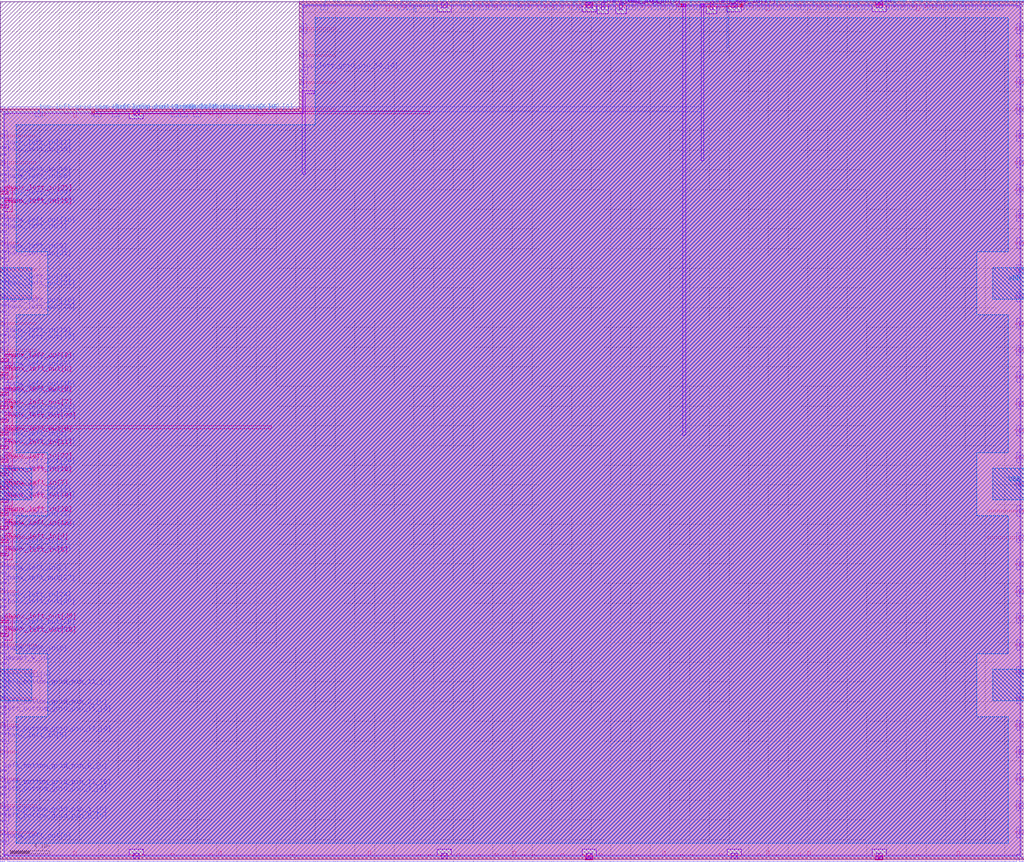
<source format=lef>
VERSION 5.7 ;
BUSBITCHARS "[]" ;

UNITS
  DATABASE MICRONS 1000 ;
END UNITS

MANUFACTURINGGRID 0.005 ;

LAYER li1
  TYPE ROUTING ;
  DIRECTION VERTICAL ;
  PITCH 0.46 ;
  WIDTH 0.17 ;
END li1

LAYER mcon
  TYPE CUT ;
END mcon

LAYER met1
  TYPE ROUTING ;
  DIRECTION HORIZONTAL ;
  PITCH 0.34 ;
  WIDTH 0.14 ;
END met1

LAYER via
  TYPE CUT ;
END via

LAYER met2
  TYPE ROUTING ;
  DIRECTION VERTICAL ;
  PITCH 0.46 ;
  WIDTH 0.14 ;
END met2

LAYER via2
  TYPE CUT ;
END via2

LAYER met3
  TYPE ROUTING ;
  DIRECTION HORIZONTAL ;
  PITCH 0.68 ;
  WIDTH 0.3 ;
END met3

LAYER via3
  TYPE CUT ;
END via3

LAYER met4
  TYPE ROUTING ;
  DIRECTION VERTICAL ;
  PITCH 0.92 ;
  WIDTH 0.3 ;
END met4

LAYER via4
  TYPE CUT ;
END via4

LAYER met5
  TYPE ROUTING ;
  DIRECTION HORIZONTAL ;
  PITCH 3.4 ;
  WIDTH 1.6 ;
END met5

LAYER nwell
  TYPE MASTERSLICE ;
END nwell

LAYER pwell
  TYPE MASTERSLICE ;
END pwell

LAYER OVERLAP
  TYPE OVERLAP ;
END OVERLAP

VIA L1M1_PR
  LAYER li1 ;
    RECT -0.085 -0.085 0.085 0.085 ;
  LAYER mcon ;
    RECT -0.085 -0.085 0.085 0.085 ;
  LAYER met1 ;
    RECT -0.145 -0.115 0.145 0.115 ;
END L1M1_PR

VIA L1M1_PR_R
  LAYER li1 ;
    RECT -0.085 -0.085 0.085 0.085 ;
  LAYER mcon ;
    RECT -0.085 -0.085 0.085 0.085 ;
  LAYER met1 ;
    RECT -0.115 -0.145 0.115 0.145 ;
END L1M1_PR_R

VIA L1M1_PR_M
  LAYER li1 ;
    RECT -0.085 -0.085 0.085 0.085 ;
  LAYER mcon ;
    RECT -0.085 -0.085 0.085 0.085 ;
  LAYER met1 ;
    RECT -0.115 -0.145 0.115 0.145 ;
END L1M1_PR_M

VIA L1M1_PR_MR
  LAYER li1 ;
    RECT -0.085 -0.085 0.085 0.085 ;
  LAYER mcon ;
    RECT -0.085 -0.085 0.085 0.085 ;
  LAYER met1 ;
    RECT -0.145 -0.115 0.145 0.115 ;
END L1M1_PR_MR

VIA L1M1_PR_C
  LAYER li1 ;
    RECT -0.085 -0.085 0.085 0.085 ;
  LAYER mcon ;
    RECT -0.085 -0.085 0.085 0.085 ;
  LAYER met1 ;
    RECT -0.145 -0.145 0.145 0.145 ;
END L1M1_PR_C

VIA M1M2_PR
  LAYER met1 ;
    RECT -0.16 -0.13 0.16 0.13 ;
  LAYER via ;
    RECT -0.075 -0.075 0.075 0.075 ;
  LAYER met2 ;
    RECT -0.13 -0.16 0.13 0.16 ;
END M1M2_PR

VIA M1M2_PR_Enc
  LAYER met1 ;
    RECT -0.16 -0.13 0.16 0.13 ;
  LAYER via ;
    RECT -0.075 -0.075 0.075 0.075 ;
  LAYER met2 ;
    RECT -0.16 -0.13 0.16 0.13 ;
END M1M2_PR_Enc

VIA M1M2_PR_R
  LAYER met1 ;
    RECT -0.13 -0.16 0.13 0.16 ;
  LAYER via ;
    RECT -0.075 -0.075 0.075 0.075 ;
  LAYER met2 ;
    RECT -0.16 -0.13 0.16 0.13 ;
END M1M2_PR_R

VIA M1M2_PR_R_Enc
  LAYER met1 ;
    RECT -0.13 -0.16 0.13 0.16 ;
  LAYER via ;
    RECT -0.075 -0.075 0.075 0.075 ;
  LAYER met2 ;
    RECT -0.13 -0.16 0.13 0.16 ;
END M1M2_PR_R_Enc

VIA M1M2_PR_M
  LAYER met1 ;
    RECT -0.16 -0.13 0.16 0.13 ;
  LAYER via ;
    RECT -0.075 -0.075 0.075 0.075 ;
  LAYER met2 ;
    RECT -0.16 -0.13 0.16 0.13 ;
END M1M2_PR_M

VIA M1M2_PR_M_Enc
  LAYER met1 ;
    RECT -0.16 -0.13 0.16 0.13 ;
  LAYER via ;
    RECT -0.075 -0.075 0.075 0.075 ;
  LAYER met2 ;
    RECT -0.13 -0.16 0.13 0.16 ;
END M1M2_PR_M_Enc

VIA M1M2_PR_MR
  LAYER met1 ;
    RECT -0.13 -0.16 0.13 0.16 ;
  LAYER via ;
    RECT -0.075 -0.075 0.075 0.075 ;
  LAYER met2 ;
    RECT -0.13 -0.16 0.13 0.16 ;
END M1M2_PR_MR

VIA M1M2_PR_MR_Enc
  LAYER met1 ;
    RECT -0.13 -0.16 0.13 0.16 ;
  LAYER via ;
    RECT -0.075 -0.075 0.075 0.075 ;
  LAYER met2 ;
    RECT -0.16 -0.13 0.16 0.13 ;
END M1M2_PR_MR_Enc

VIA M1M2_PR_C
  LAYER met1 ;
    RECT -0.16 -0.16 0.16 0.16 ;
  LAYER via ;
    RECT -0.075 -0.075 0.075 0.075 ;
  LAYER met2 ;
    RECT -0.16 -0.16 0.16 0.16 ;
END M1M2_PR_C

VIA M2M3_PR
  LAYER met2 ;
    RECT -0.14 -0.185 0.14 0.185 ;
  LAYER via2 ;
    RECT -0.1 -0.1 0.1 0.1 ;
  LAYER met3 ;
    RECT -0.165 -0.165 0.165 0.165 ;
END M2M3_PR

VIA M2M3_PR_R
  LAYER met2 ;
    RECT -0.185 -0.14 0.185 0.14 ;
  LAYER via2 ;
    RECT -0.1 -0.1 0.1 0.1 ;
  LAYER met3 ;
    RECT -0.165 -0.165 0.165 0.165 ;
END M2M3_PR_R

VIA M2M3_PR_M
  LAYER met2 ;
    RECT -0.14 -0.185 0.14 0.185 ;
  LAYER via2 ;
    RECT -0.1 -0.1 0.1 0.1 ;
  LAYER met3 ;
    RECT -0.165 -0.165 0.165 0.165 ;
END M2M3_PR_M

VIA M2M3_PR_MR
  LAYER met2 ;
    RECT -0.185 -0.14 0.185 0.14 ;
  LAYER via2 ;
    RECT -0.1 -0.1 0.1 0.1 ;
  LAYER met3 ;
    RECT -0.165 -0.165 0.165 0.165 ;
END M2M3_PR_MR

VIA M2M3_PR_C
  LAYER met2 ;
    RECT -0.185 -0.185 0.185 0.185 ;
  LAYER via2 ;
    RECT -0.1 -0.1 0.1 0.1 ;
  LAYER met3 ;
    RECT -0.165 -0.165 0.165 0.165 ;
END M2M3_PR_C

VIA M3M4_PR
  LAYER met3 ;
    RECT -0.19 -0.16 0.19 0.16 ;
  LAYER via3 ;
    RECT -0.1 -0.1 0.1 0.1 ;
  LAYER met4 ;
    RECT -0.165 -0.165 0.165 0.165 ;
END M3M4_PR

VIA M3M4_PR_R
  LAYER met3 ;
    RECT -0.16 -0.19 0.16 0.19 ;
  LAYER via3 ;
    RECT -0.1 -0.1 0.1 0.1 ;
  LAYER met4 ;
    RECT -0.165 -0.165 0.165 0.165 ;
END M3M4_PR_R

VIA M3M4_PR_M
  LAYER met3 ;
    RECT -0.19 -0.16 0.19 0.16 ;
  LAYER via3 ;
    RECT -0.1 -0.1 0.1 0.1 ;
  LAYER met4 ;
    RECT -0.165 -0.165 0.165 0.165 ;
END M3M4_PR_M

VIA M3M4_PR_MR
  LAYER met3 ;
    RECT -0.16 -0.19 0.16 0.19 ;
  LAYER via3 ;
    RECT -0.1 -0.1 0.1 0.1 ;
  LAYER met4 ;
    RECT -0.165 -0.165 0.165 0.165 ;
END M3M4_PR_MR

VIA M3M4_PR_C
  LAYER met3 ;
    RECT -0.19 -0.19 0.19 0.19 ;
  LAYER via3 ;
    RECT -0.1 -0.1 0.1 0.1 ;
  LAYER met4 ;
    RECT -0.165 -0.165 0.165 0.165 ;
END M3M4_PR_C

VIA M4M5_PR
  LAYER met4 ;
    RECT -0.59 -0.59 0.59 0.59 ;
  LAYER via4 ;
    RECT -0.4 -0.4 0.4 0.4 ;
  LAYER met5 ;
    RECT -0.71 -0.71 0.71 0.71 ;
END M4M5_PR

VIA M4M5_PR_R
  LAYER met4 ;
    RECT -0.59 -0.59 0.59 0.59 ;
  LAYER via4 ;
    RECT -0.4 -0.4 0.4 0.4 ;
  LAYER met5 ;
    RECT -0.71 -0.71 0.71 0.71 ;
END M4M5_PR_R

VIA M4M5_PR_M
  LAYER met4 ;
    RECT -0.59 -0.59 0.59 0.59 ;
  LAYER via4 ;
    RECT -0.4 -0.4 0.4 0.4 ;
  LAYER met5 ;
    RECT -0.71 -0.71 0.71 0.71 ;
END M4M5_PR_M

VIA M4M5_PR_MR
  LAYER met4 ;
    RECT -0.59 -0.59 0.59 0.59 ;
  LAYER via4 ;
    RECT -0.4 -0.4 0.4 0.4 ;
  LAYER met5 ;
    RECT -0.71 -0.71 0.71 0.71 ;
END M4M5_PR_MR

VIA M4M5_PR_C
  LAYER met4 ;
    RECT -0.59 -0.59 0.59 0.59 ;
  LAYER via4 ;
    RECT -0.4 -0.4 0.4 0.4 ;
  LAYER met5 ;
    RECT -0.71 -0.71 0.71 0.71 ;
END M4M5_PR_C

SITE unit
  CLASS CORE ;
  SYMMETRY Y ;
  SIZE 0.46 BY 2.72 ;
END unit

SITE unithddbl
  CLASS CORE ;
  SIZE 0.46 BY 5.44 ;
END unithddbl

MACRO sb_2__0_
  CLASS BLOCK ;
  ORIGIN 0 0 ;
  SIZE 103.96 BY 87.04 ;
  SYMMETRY X Y ;
  PIN pReset[0]
    DIRECTION INPUT ;
    USE SIGNAL ;
    PORT
      LAYER met2 ;
        RECT 47.08 86.555 47.22 87.04 ;
    END
  END pReset[0]
  PIN chany_top_in[0]
    DIRECTION INPUT ;
    USE SIGNAL ;
    PORT
      LAYER met2 ;
        RECT 94.92 86.555 95.06 87.04 ;
    END
  END chany_top_in[0]
  PIN chany_top_in[1]
    DIRECTION INPUT ;
    USE SIGNAL ;
    PORT
      LAYER met4 ;
        RECT 61.03 86.24 61.33 87.04 ;
    END
  END chany_top_in[1]
  PIN chany_top_in[2]
    DIRECTION INPUT ;
    USE SIGNAL ;
    PORT
      LAYER met2 ;
        RECT 40.64 86.555 40.78 87.04 ;
    END
  END chany_top_in[2]
  PIN chany_top_in[3]
    DIRECTION INPUT ;
    USE SIGNAL ;
    PORT
      LAYER met2 ;
        RECT 95.84 86.555 95.98 87.04 ;
    END
  END chany_top_in[3]
  PIN chany_top_in[4]
    DIRECTION INPUT ;
    USE SIGNAL ;
    PORT
      LAYER met2 ;
        RECT 48.92 86.555 49.06 87.04 ;
    END
  END chany_top_in[4]
  PIN chany_top_in[5]
    DIRECTION INPUT ;
    USE SIGNAL ;
    PORT
      LAYER met4 ;
        RECT 62.87 86.24 63.17 87.04 ;
    END
  END chany_top_in[5]
  PIN chany_top_in[6]
    DIRECTION INPUT ;
    USE SIGNAL ;
    PORT
      LAYER met2 ;
        RECT 98.6 86.555 98.74 87.04 ;
    END
  END chany_top_in[6]
  PIN chany_top_in[7]
    DIRECTION INPUT ;
    USE SIGNAL ;
    PORT
      LAYER met2 ;
        RECT 64.1 86.555 64.24 87.04 ;
    END
  END chany_top_in[7]
  PIN chany_top_in[8]
    DIRECTION INPUT ;
    USE SIGNAL ;
    PORT
      LAYER met2 ;
        RECT 69.16 86.555 69.3 87.04 ;
    END
  END chany_top_in[8]
  PIN chany_top_in[9]
    DIRECTION INPUT ;
    USE SIGNAL ;
    PORT
      LAYER met2 ;
        RECT 92.62 86.555 92.76 87.04 ;
    END
  END chany_top_in[9]
  PIN chany_top_in[10]
    DIRECTION INPUT ;
    USE SIGNAL ;
    PORT
      LAYER met2 ;
        RECT 49.84 86.555 49.98 87.04 ;
    END
  END chany_top_in[10]
  PIN chany_top_in[11]
    DIRECTION INPUT ;
    USE SIGNAL ;
    PORT
      LAYER met2 ;
        RECT 63.18 86.555 63.32 87.04 ;
    END
  END chany_top_in[11]
  PIN chany_top_in[12]
    DIRECTION INPUT ;
    USE SIGNAL ;
    PORT
      LAYER met2 ;
        RECT 78.82 86.555 78.96 87.04 ;
    END
  END chany_top_in[12]
  PIN chany_top_in[13]
    DIRECTION INPUT ;
    USE SIGNAL ;
    PORT
      LAYER met2 ;
        RECT 83.42 86.555 83.56 87.04 ;
    END
  END chany_top_in[13]
  PIN chany_top_in[14]
    DIRECTION INPUT ;
    USE SIGNAL ;
    PORT
      LAYER met2 ;
        RECT 68.24 86.555 68.38 87.04 ;
    END
  END chany_top_in[14]
  PIN chany_top_in[15]
    DIRECTION INPUT ;
    USE SIGNAL ;
    PORT
      LAYER met2 ;
        RECT 77.9 86.555 78.04 87.04 ;
    END
  END chany_top_in[15]
  PIN chany_top_in[16]
    DIRECTION INPUT ;
    USE SIGNAL ;
    PORT
      LAYER met2 ;
        RECT 80.66 86.555 80.8 87.04 ;
    END
  END chany_top_in[16]
  PIN chany_top_in[17]
    DIRECTION INPUT ;
    USE SIGNAL ;
    PORT
      LAYER met2 ;
        RECT 99.52 86.555 99.66 87.04 ;
    END
  END chany_top_in[17]
  PIN chany_top_in[18]
    DIRECTION INPUT ;
    USE SIGNAL ;
    PORT
      LAYER met2 ;
        RECT 85.26 86.555 85.4 87.04 ;
    END
  END chany_top_in[18]
  PIN chany_top_in[19]
    DIRECTION INPUT ;
    USE SIGNAL ;
    PORT
      LAYER met2 ;
        RECT 66.4 86.555 66.54 87.04 ;
    END
  END chany_top_in[19]
  PIN chany_top_in[20]
    DIRECTION INPUT ;
    USE SIGNAL ;
    PORT
      LAYER met2 ;
        RECT 48 86.555 48.14 87.04 ;
    END
  END chany_top_in[20]
  PIN chany_top_in[21]
    DIRECTION INPUT ;
    USE SIGNAL ;
    PORT
      LAYER met2 ;
        RECT 56.74 86.555 56.88 87.04 ;
    END
  END chany_top_in[21]
  PIN chany_top_in[22]
    DIRECTION INPUT ;
    USE SIGNAL ;
    PORT
      LAYER met2 ;
        RECT 37.88 86.555 38.02 87.04 ;
    END
  END chany_top_in[22]
  PIN chany_top_in[23]
    DIRECTION INPUT ;
    USE SIGNAL ;
    PORT
      LAYER met2 ;
        RECT 41.56 86.555 41.7 87.04 ;
    END
  END chany_top_in[23]
  PIN chany_top_in[24]
    DIRECTION INPUT ;
    USE SIGNAL ;
    PORT
      LAYER met2 ;
        RECT 97.68 86.555 97.82 87.04 ;
    END
  END chany_top_in[24]
  PIN chany_top_in[25]
    DIRECTION INPUT ;
    USE SIGNAL ;
    PORT
      LAYER met2 ;
        RECT 81.58 86.555 81.72 87.04 ;
    END
  END chany_top_in[25]
  PIN chany_top_in[26]
    DIRECTION INPUT ;
    USE SIGNAL ;
    PORT
      LAYER met2 ;
        RECT 101.36 86.555 101.5 87.04 ;
    END
  END chany_top_in[26]
  PIN chany_top_in[27]
    DIRECTION INPUT ;
    USE SIGNAL ;
    PORT
      LAYER met4 ;
        RECT 72.07 86.24 72.37 87.04 ;
    END
  END chany_top_in[27]
  PIN chany_top_in[28]
    DIRECTION INPUT ;
    USE SIGNAL ;
    PORT
      LAYER met2 ;
        RECT 91.7 86.555 91.84 87.04 ;
    END
  END chany_top_in[28]
  PIN chany_top_in[29]
    DIRECTION INPUT ;
    USE SIGNAL ;
    PORT
      LAYER met2 ;
        RECT 100.44 86.555 100.58 87.04 ;
    END
  END chany_top_in[29]
  PIN top_left_grid_pin_44_[0]
    DIRECTION INPUT ;
    USE SIGNAL ;
    PORT
      LAYER met2 ;
        RECT 11.66 75.675 11.8 76.16 ;
    END
  END top_left_grid_pin_44_[0]
  PIN top_left_grid_pin_45_[0]
    DIRECTION INPUT ;
    USE SIGNAL ;
    PORT
      LAYER met2 ;
        RECT 13.96 75.675 14.1 76.16 ;
    END
  END top_left_grid_pin_45_[0]
  PIN top_left_grid_pin_46_[0]
    DIRECTION INPUT ;
    USE SIGNAL ;
    PORT
      LAYER met2 ;
        RECT 3.84 75.675 3.98 76.16 ;
    END
  END top_left_grid_pin_46_[0]
  PIN top_left_grid_pin_47_[0]
    DIRECTION INPUT ;
    USE SIGNAL ;
    PORT
      LAYER met2 ;
        RECT 9.82 75.675 9.96 76.16 ;
    END
  END top_left_grid_pin_47_[0]
  PIN top_left_grid_pin_48_[0]
    DIRECTION INPUT ;
    USE SIGNAL ;
    PORT
      LAYER met2 ;
        RECT 19.94 75.675 20.08 76.16 ;
    END
  END top_left_grid_pin_48_[0]
  PIN top_left_grid_pin_49_[0]
    DIRECTION INPUT ;
    USE SIGNAL ;
    PORT
      LAYER met2 ;
        RECT 18.56 75.675 18.7 76.16 ;
    END
  END top_left_grid_pin_49_[0]
  PIN top_left_grid_pin_50_[0]
    DIRECTION INPUT ;
    USE SIGNAL ;
    PORT
      LAYER met1 ;
        RECT 30.36 80 30.955 80.14 ;
    END
  END top_left_grid_pin_50_[0]
  PIN top_left_grid_pin_51_[0]
    DIRECTION INPUT ;
    USE SIGNAL ;
    PORT
      LAYER met2 ;
        RECT 17.64 75.675 17.78 76.16 ;
    END
  END top_left_grid_pin_51_[0]
  PIN top_right_grid_pin_1_[0]
    DIRECTION INPUT ;
    USE SIGNAL ;
    PORT
      LAYER met2 ;
        RECT 90.78 86.555 90.92 87.04 ;
    END
  END top_right_grid_pin_1_[0]
  PIN chanx_left_in[0]
    DIRECTION INPUT ;
    USE SIGNAL ;
    PORT
      LAYER met1 ;
        RECT 0 20.84 0.595 20.98 ;
    END
  END chanx_left_in[0]
  PIN chanx_left_in[1]
    DIRECTION INPUT ;
    USE SIGNAL ;
    PORT
      LAYER met1 ;
        RECT 0 31.72 0.595 31.86 ;
    END
  END chanx_left_in[1]
  PIN chanx_left_in[2]
    DIRECTION INPUT ;
    USE SIGNAL ;
    PORT
      LAYER met1 ;
        RECT 0 63.68 0.595 63.82 ;
    END
  END chanx_left_in[2]
  PIN chanx_left_in[3]
    DIRECTION INPUT ;
    USE SIGNAL ;
    PORT
      LAYER met1 ;
        RECT 0 29 0.595 29.14 ;
    END
  END chanx_left_in[3]
  PIN chanx_left_in[4]
    DIRECTION INPUT ;
    USE SIGNAL ;
    PORT
      LAYER met1 ;
        RECT 0 42.6 0.595 42.74 ;
    END
  END chanx_left_in[4]
  PIN chanx_left_in[5]
    DIRECTION INPUT ;
    USE SIGNAL ;
    PORT
      LAYER met1 ;
        RECT 0 12 0.595 12.14 ;
    END
  END chanx_left_in[5]
  PIN chanx_left_in[6]
    DIRECTION INPUT ;
    USE SIGNAL ;
    PORT
      LAYER met3 ;
        RECT 0 30.79 0.8 31.09 ;
    END
  END chanx_left_in[6]
  PIN chanx_left_in[7]
    DIRECTION INPUT ;
    USE SIGNAL ;
    PORT
      LAYER met3 ;
        RECT 0 37.59 0.8 37.89 ;
    END
  END chanx_left_in[7]
  PIN chanx_left_in[8]
    DIRECTION INPUT ;
    USE SIGNAL ;
    PORT
      LAYER met3 ;
        RECT 0 32.15 0.8 32.45 ;
    END
  END chanx_left_in[8]
  PIN chanx_left_in[9]
    DIRECTION INPUT ;
    USE SIGNAL ;
    PORT
      LAYER met1 ;
        RECT 0 61.64 0.595 61.78 ;
    END
  END chanx_left_in[9]
  PIN chanx_left_in[10]
    DIRECTION INPUT ;
    USE SIGNAL ;
    PORT
      LAYER met3 ;
        RECT 0 38.95 0.8 39.25 ;
    END
  END chanx_left_in[10]
  PIN chanx_left_in[11]
    DIRECTION INPUT ;
    USE SIGNAL ;
    PORT
      LAYER met3 ;
        RECT 0 41.67 0.8 41.97 ;
    END
  END chanx_left_in[11]
  PIN chanx_left_in[12]
    DIRECTION INPUT ;
    USE SIGNAL ;
    PORT
      LAYER met3 ;
        RECT 0 33.51 0.8 33.81 ;
    END
  END chanx_left_in[12]
  PIN chanx_left_in[13]
    DIRECTION INPUT ;
    USE SIGNAL ;
    PORT
      LAYER met1 ;
        RECT 0 58.58 0.595 58.72 ;
    END
  END chanx_left_in[13]
  PIN chanx_left_in[14]
    DIRECTION INPUT ;
    USE SIGNAL ;
    PORT
      LAYER met1 ;
        RECT 0 69.46 0.595 69.6 ;
    END
  END chanx_left_in[14]
  PIN chanx_left_in[15]
    DIRECTION INPUT ;
    USE SIGNAL ;
    PORT
      LAYER met3 ;
        RECT 0 66.15 0.8 66.45 ;
    END
  END chanx_left_in[15]
  PIN chanx_left_in[16]
    DIRECTION INPUT ;
    USE SIGNAL ;
    PORT
      LAYER met1 ;
        RECT 0 71.5 0.595 71.64 ;
    END
  END chanx_left_in[16]
  PIN chanx_left_in[17]
    DIRECTION INPUT ;
    USE SIGNAL ;
    PORT
      LAYER met1 ;
        RECT 0 72.18 0.595 72.32 ;
    END
  END chanx_left_in[17]
  PIN chanx_left_in[18]
    DIRECTION INPUT ;
    USE SIGNAL ;
    PORT
      LAYER met3 ;
        RECT 0 36.23 0.8 36.53 ;
    END
  END chanx_left_in[18]
  PIN chanx_left_in[19]
    DIRECTION INPUT ;
    USE SIGNAL ;
    PORT
      LAYER met1 ;
        RECT 0 53.14 0.595 53.28 ;
    END
  END chanx_left_in[19]
  PIN chanx_left_in[20]
    DIRECTION INPUT ;
    USE SIGNAL ;
    PORT
      LAYER met3 ;
        RECT 0 34.87 0.8 35.17 ;
    END
  END chanx_left_in[20]
  PIN chanx_left_in[21]
    DIRECTION INPUT ;
    USE SIGNAL ;
    PORT
      LAYER met1 ;
        RECT 0 60.96 0.595 61.1 ;
    END
  END chanx_left_in[21]
  PIN chanx_left_in[22]
    DIRECTION INPUT ;
    USE SIGNAL ;
    PORT
      LAYER met3 ;
        RECT 0 40.31 0.8 40.61 ;
    END
  END chanx_left_in[22]
  PIN chanx_left_in[23]
    DIRECTION INPUT ;
    USE SIGNAL ;
    PORT
      LAYER met1 ;
        RECT 0 34.44 0.595 34.58 ;
    END
  END chanx_left_in[23]
  PIN chanx_left_in[24]
    DIRECTION INPUT ;
    USE SIGNAL ;
    PORT
      LAYER met1 ;
        RECT 0 26.28 0.595 26.42 ;
    END
  END chanx_left_in[24]
  PIN chanx_left_in[25]
    DIRECTION INPUT ;
    USE SIGNAL ;
    PORT
      LAYER met3 ;
        RECT 0 67.51 0.8 67.81 ;
    END
  END chanx_left_in[25]
  PIN chanx_left_in[26]
    DIRECTION INPUT ;
    USE SIGNAL ;
    PORT
      LAYER met1 ;
        RECT 0 22.88 0.595 23.02 ;
    END
  END chanx_left_in[26]
  PIN chanx_left_in[27]
    DIRECTION INPUT ;
    USE SIGNAL ;
    PORT
      LAYER met1 ;
        RECT 0 49.74 0.595 49.88 ;
    END
  END chanx_left_in[27]
  PIN chanx_left_in[28]
    DIRECTION INPUT ;
    USE SIGNAL ;
    PORT
      LAYER met1 ;
        RECT 0 68.78 0.595 68.92 ;
    END
  END chanx_left_in[28]
  PIN chanx_left_in[29]
    DIRECTION INPUT ;
    USE SIGNAL ;
    PORT
      LAYER met1 ;
        RECT 0 67.08 0.595 67.22 ;
    END
  END chanx_left_in[29]
  PIN left_bottom_grid_pin_1_[0]
    DIRECTION INPUT ;
    USE SIGNAL ;
    PORT
      LAYER met1 ;
        RECT 0 4.52 0.595 4.66 ;
    END
  END left_bottom_grid_pin_1_[0]
  PIN left_bottom_grid_pin_3_[0]
    DIRECTION INPUT ;
    USE SIGNAL ;
    PORT
      LAYER met1 ;
        RECT 0 15.4 0.595 15.54 ;
    END
  END left_bottom_grid_pin_3_[0]
  PIN left_bottom_grid_pin_5_[0]
    DIRECTION INPUT ;
    USE SIGNAL ;
    PORT
      LAYER met1 ;
        RECT 0 3.84 0.595 3.98 ;
    END
  END left_bottom_grid_pin_5_[0]
  PIN left_bottom_grid_pin_7_[0]
    DIRECTION INPUT ;
    USE SIGNAL ;
    PORT
      LAYER met1 ;
        RECT 0 6.56 0.595 6.7 ;
    END
  END left_bottom_grid_pin_7_[0]
  PIN left_bottom_grid_pin_9_[0]
    DIRECTION INPUT ;
    USE SIGNAL ;
    PORT
      LAYER met1 ;
        RECT 0 8.94 0.595 9.08 ;
    END
  END left_bottom_grid_pin_9_[0]
  PIN left_bottom_grid_pin_11_[0]
    DIRECTION INPUT ;
    USE SIGNAL ;
    PORT
      LAYER met1 ;
        RECT 0 17.44 0.595 17.58 ;
    END
  END left_bottom_grid_pin_11_[0]
  PIN left_bottom_grid_pin_13_[0]
    DIRECTION INPUT ;
    USE SIGNAL ;
    PORT
      LAYER met1 ;
        RECT 0 7.24 0.595 7.38 ;
    END
  END left_bottom_grid_pin_13_[0]
  PIN left_bottom_grid_pin_15_[0]
    DIRECTION INPUT ;
    USE SIGNAL ;
    PORT
      LAYER met1 ;
        RECT 0 14.72 0.595 14.86 ;
    END
  END left_bottom_grid_pin_15_[0]
  PIN left_bottom_grid_pin_17_[0]
    DIRECTION INPUT ;
    USE SIGNAL ;
    PORT
      LAYER met1 ;
        RECT 0 12.68 0.595 12.82 ;
    END
  END left_bottom_grid_pin_17_[0]
  PIN ccff_head[0]
    DIRECTION INPUT ;
    USE SIGNAL ;
    PORT
      LAYER met2 ;
        RECT 86.18 86.555 86.32 87.04 ;
    END
  END ccff_head[0]
  PIN chany_top_out[0]
    DIRECTION OUTPUT ;
    USE SIGNAL ;
    PORT
      LAYER met2 ;
        RECT 89.86 86.555 90 87.04 ;
    END
  END chany_top_out[0]
  PIN chany_top_out[1]
    DIRECTION OUTPUT ;
    USE SIGNAL ;
    PORT
      LAYER met2 ;
        RECT 84.34 86.555 84.48 87.04 ;
    END
  END chany_top_out[1]
  PIN chany_top_out[2]
    DIRECTION OUTPUT ;
    USE SIGNAL ;
    PORT
      LAYER met2 ;
        RECT 82.5 86.555 82.64 87.04 ;
    END
  END chany_top_out[2]
  PIN chany_top_out[3]
    DIRECTION OUTPUT ;
    USE SIGNAL ;
    PORT
      LAYER met2 ;
        RECT 88.02 86.555 88.16 87.04 ;
    END
  END chany_top_out[3]
  PIN chany_top_out[4]
    DIRECTION OUTPUT ;
    USE SIGNAL ;
    PORT
      LAYER met2 ;
        RECT 50.76 86.555 50.9 87.04 ;
    END
  END chany_top_out[4]
  PIN chany_top_out[5]
    DIRECTION OUTPUT ;
    USE SIGNAL ;
    PORT
      LAYER met2 ;
        RECT 61.34 86.555 61.48 87.04 ;
    END
  END chany_top_out[5]
  PIN chany_top_out[6]
    DIRECTION OUTPUT ;
    USE SIGNAL ;
    PORT
      LAYER met2 ;
        RECT 87.1 86.555 87.24 87.04 ;
    END
  END chany_top_out[6]
  PIN chany_top_out[7]
    DIRECTION OUTPUT ;
    USE SIGNAL ;
    PORT
      LAYER met2 ;
        RECT 55.82 86.555 55.96 87.04 ;
    END
  END chany_top_out[7]
  PIN chany_top_out[8]
    DIRECTION OUTPUT ;
    USE SIGNAL ;
    PORT
      LAYER met2 ;
        RECT 54.9 86.555 55.04 87.04 ;
    END
  END chany_top_out[8]
  PIN chany_top_out[9]
    DIRECTION OUTPUT ;
    USE SIGNAL ;
    PORT
      LAYER met2 ;
        RECT 58.12 86.555 58.26 87.04 ;
    END
  END chany_top_out[9]
  PIN chany_top_out[10]
    DIRECTION OUTPUT ;
    USE SIGNAL ;
    PORT
      LAYER met2 ;
        RECT 53.52 86.555 53.66 87.04 ;
    END
  END chany_top_out[10]
  PIN chany_top_out[11]
    DIRECTION OUTPUT ;
    USE SIGNAL ;
    PORT
      LAYER met2 ;
        RECT 73.3 86.555 73.44 87.04 ;
    END
  END chany_top_out[11]
  PIN chany_top_out[12]
    DIRECTION OUTPUT ;
    USE SIGNAL ;
    PORT
      LAYER met2 ;
        RECT 65.02 86.555 65.16 87.04 ;
    END
  END chany_top_out[12]
  PIN chany_top_out[13]
    DIRECTION OUTPUT ;
    USE SIGNAL ;
    PORT
      LAYER met2 ;
        RECT 96.76 86.555 96.9 87.04 ;
    END
  END chany_top_out[13]
  PIN chany_top_out[14]
    DIRECTION OUTPUT ;
    USE SIGNAL ;
    PORT
      LAYER met2 ;
        RECT 79.74 86.555 79.88 87.04 ;
    END
  END chany_top_out[14]
  PIN chany_top_out[15]
    DIRECTION OUTPUT ;
    USE SIGNAL ;
    PORT
      LAYER met2 ;
        RECT 76.98 86.555 77.12 87.04 ;
    END
  END chany_top_out[15]
  PIN chany_top_out[16]
    DIRECTION OUTPUT ;
    USE SIGNAL ;
    PORT
      LAYER met2 ;
        RECT 52.6 86.555 52.74 87.04 ;
    END
  END chany_top_out[16]
  PIN chany_top_out[17]
    DIRECTION OUTPUT ;
    USE SIGNAL ;
    PORT
      LAYER met2 ;
        RECT 74.22 86.555 74.36 87.04 ;
    END
  END chany_top_out[17]
  PIN chany_top_out[18]
    DIRECTION OUTPUT ;
    USE SIGNAL ;
    PORT
      LAYER met2 ;
        RECT 62.26 86.555 62.4 87.04 ;
    END
  END chany_top_out[18]
  PIN chany_top_out[19]
    DIRECTION OUTPUT ;
    USE SIGNAL ;
    PORT
      LAYER met2 ;
        RECT 67.32 86.555 67.46 87.04 ;
    END
  END chany_top_out[19]
  PIN chany_top_out[20]
    DIRECTION OUTPUT ;
    USE SIGNAL ;
    PORT
      LAYER met2 ;
        RECT 70.08 86.555 70.22 87.04 ;
    END
  END chany_top_out[20]
  PIN chany_top_out[21]
    DIRECTION OUTPUT ;
    USE SIGNAL ;
    PORT
      LAYER met2 ;
        RECT 59.04 86.555 59.18 87.04 ;
    END
  END chany_top_out[21]
  PIN chany_top_out[22]
    DIRECTION OUTPUT ;
    USE SIGNAL ;
    PORT
      LAYER met2 ;
        RECT 43.86 86.555 44 87.04 ;
    END
  END chany_top_out[22]
  PIN chany_top_out[23]
    DIRECTION OUTPUT ;
    USE SIGNAL ;
    PORT
      LAYER met2 ;
        RECT 72.38 86.555 72.52 87.04 ;
    END
  END chany_top_out[23]
  PIN chany_top_out[24]
    DIRECTION OUTPUT ;
    USE SIGNAL ;
    PORT
      LAYER met2 ;
        RECT 71 86.555 71.14 87.04 ;
    END
  END chany_top_out[24]
  PIN chany_top_out[25]
    DIRECTION OUTPUT ;
    USE SIGNAL ;
    PORT
      LAYER met2 ;
        RECT 60.42 86.555 60.56 87.04 ;
    END
  END chany_top_out[25]
  PIN chany_top_out[26]
    DIRECTION OUTPUT ;
    USE SIGNAL ;
    PORT
      LAYER met2 ;
        RECT 76.06 86.555 76.2 87.04 ;
    END
  END chany_top_out[26]
  PIN chany_top_out[27]
    DIRECTION OUTPUT ;
    USE SIGNAL ;
    PORT
      LAYER met2 ;
        RECT 51.68 86.555 51.82 87.04 ;
    END
  END chany_top_out[27]
  PIN chany_top_out[28]
    DIRECTION OUTPUT ;
    USE SIGNAL ;
    PORT
      LAYER met2 ;
        RECT 75.14 86.555 75.28 87.04 ;
    END
  END chany_top_out[28]
  PIN chany_top_out[29]
    DIRECTION OUTPUT ;
    USE SIGNAL ;
    PORT
      LAYER met2 ;
        RECT 94 86.555 94.14 87.04 ;
    END
  END chany_top_out[29]
  PIN chanx_left_out[0]
    DIRECTION OUTPUT ;
    USE SIGNAL ;
    PORT
      LAYER met1 ;
        RECT 0 1.8 0.595 1.94 ;
    END
  END chanx_left_out[0]
  PIN chanx_left_out[1]
    DIRECTION OUTPUT ;
    USE SIGNAL ;
    PORT
      LAYER met1 ;
        RECT 0 37.16 0.595 37.3 ;
    END
  END chanx_left_out[1]
  PIN chanx_left_out[2]
    DIRECTION OUTPUT ;
    USE SIGNAL ;
    PORT
      LAYER met3 ;
        RECT 0 50.51 0.8 50.81 ;
    END
  END chanx_left_out[2]
  PIN chanx_left_out[3]
    DIRECTION OUTPUT ;
    USE SIGNAL ;
    PORT
      LAYER met1 ;
        RECT 0 39.2 0.595 39.34 ;
    END
  END chanx_left_out[3]
  PIN chanx_left_out[4]
    DIRECTION OUTPUT ;
    USE SIGNAL ;
    PORT
      LAYER met1 ;
        RECT 0 31.04 0.595 31.18 ;
    END
  END chanx_left_out[4]
  PIN chanx_left_out[5]
    DIRECTION OUTPUT ;
    USE SIGNAL ;
    PORT
      LAYER met3 ;
        RECT 0 47.11 0.8 47.41 ;
    END
  END chanx_left_out[5]
  PIN chanx_left_out[6]
    DIRECTION OUTPUT ;
    USE SIGNAL ;
    PORT
      LAYER met3 ;
        RECT 0 43.03 0.8 43.33 ;
    END
  END chanx_left_out[6]
  PIN chanx_left_out[7]
    DIRECTION OUTPUT ;
    USE SIGNAL ;
    PORT
      LAYER met3 ;
        RECT 0 45.75 0.8 46.05 ;
    END
  END chanx_left_out[7]
  PIN chanx_left_out[8]
    DIRECTION OUTPUT ;
    USE SIGNAL ;
    PORT
      LAYER met3 ;
        RECT 0 49.15 0.8 49.45 ;
    END
  END chanx_left_out[8]
  PIN chanx_left_out[9]
    DIRECTION OUTPUT ;
    USE SIGNAL ;
    PORT
      LAYER met1 ;
        RECT 0 47.02 0.595 47.16 ;
    END
  END chanx_left_out[9]
  PIN chanx_left_out[10]
    DIRECTION OUTPUT ;
    USE SIGNAL ;
    PORT
      LAYER met1 ;
        RECT 0 56.2 0.595 56.34 ;
    END
  END chanx_left_out[10]
  PIN chanx_left_out[11]
    DIRECTION OUTPUT ;
    USE SIGNAL ;
    PORT
      LAYER met1 ;
        RECT 0 45.32 0.595 45.46 ;
    END
  END chanx_left_out[11]
  PIN chanx_left_out[12]
    DIRECTION OUTPUT ;
    USE SIGNAL ;
    PORT
      LAYER met1 ;
        RECT 0 52.46 0.595 52.6 ;
    END
  END chanx_left_out[12]
  PIN chanx_left_out[13]
    DIRECTION OUTPUT ;
    USE SIGNAL ;
    PORT
      LAYER met1 ;
        RECT 0 41.92 0.595 42.06 ;
    END
  END chanx_left_out[13]
  PIN chanx_left_out[14]
    DIRECTION OUTPUT ;
    USE SIGNAL ;
    PORT
      LAYER met1 ;
        RECT 0 36.48 0.595 36.62 ;
    END
  END chanx_left_out[14]
  PIN chanx_left_out[15]
    DIRECTION OUTPUT ;
    USE SIGNAL ;
    PORT
      LAYER met1 ;
        RECT 0 47.7 0.595 47.84 ;
    END
  END chanx_left_out[15]
  PIN chanx_left_out[16]
    DIRECTION OUTPUT ;
    USE SIGNAL ;
    PORT
      LAYER met1 ;
        RECT 0 64.36 0.595 64.5 ;
    END
  END chanx_left_out[16]
  PIN chanx_left_out[17]
    DIRECTION OUTPUT ;
    USE SIGNAL ;
    PORT
      LAYER met1 ;
        RECT 0 66.4 0.595 66.54 ;
    END
  END chanx_left_out[17]
  PIN chanx_left_out[18]
    DIRECTION OUTPUT ;
    USE SIGNAL ;
    PORT
      LAYER met3 ;
        RECT 0 22.63 0.8 22.93 ;
    END
  END chanx_left_out[18]
  PIN chanx_left_out[19]
    DIRECTION OUTPUT ;
    USE SIGNAL ;
    PORT
      LAYER met1 ;
        RECT 0 50.42 0.595 50.56 ;
    END
  END chanx_left_out[19]
  PIN chanx_left_out[20]
    DIRECTION OUTPUT ;
    USE SIGNAL ;
    PORT
      LAYER met1 ;
        RECT 0 25.6 0.595 25.74 ;
    END
  END chanx_left_out[20]
  PIN chanx_left_out[21]
    DIRECTION OUTPUT ;
    USE SIGNAL ;
    PORT
      LAYER met1 ;
        RECT 0 57.9 0.595 58.04 ;
    END
  END chanx_left_out[21]
  PIN chanx_left_out[22]
    DIRECTION OUTPUT ;
    USE SIGNAL ;
    PORT
      LAYER met3 ;
        RECT 0 44.39 0.8 44.69 ;
    END
  END chanx_left_out[22]
  PIN chanx_left_out[23]
    DIRECTION OUTPUT ;
    USE SIGNAL ;
    PORT
      LAYER met1 ;
        RECT 0 44.64 0.595 44.78 ;
    END
  END chanx_left_out[23]
  PIN chanx_left_out[24]
    DIRECTION OUTPUT ;
    USE SIGNAL ;
    PORT
      LAYER met1 ;
        RECT 0 39.88 0.595 40.02 ;
    END
  END chanx_left_out[24]
  PIN chanx_left_out[25]
    DIRECTION OUTPUT ;
    USE SIGNAL ;
    PORT
      LAYER met1 ;
        RECT 0 23.56 0.595 23.7 ;
    END
  END chanx_left_out[25]
  PIN chanx_left_out[26]
    DIRECTION OUTPUT ;
    USE SIGNAL ;
    PORT
      LAYER met3 ;
        RECT 0 23.99 0.8 24.29 ;
    END
  END chanx_left_out[26]
  PIN chanx_left_out[27]
    DIRECTION OUTPUT ;
    USE SIGNAL ;
    PORT
      LAYER met1 ;
        RECT 0 27.98 0.595 28.12 ;
    END
  END chanx_left_out[27]
  PIN chanx_left_out[28]
    DIRECTION OUTPUT ;
    USE SIGNAL ;
    PORT
      LAYER met1 ;
        RECT 0 33.42 0.595 33.56 ;
    END
  END chanx_left_out[28]
  PIN chanx_left_out[29]
    DIRECTION OUTPUT ;
    USE SIGNAL ;
    PORT
      LAYER met1 ;
        RECT 0 55.52 0.595 55.66 ;
    END
  END chanx_left_out[29]
  PIN ccff_tail[0]
    DIRECTION OUTPUT ;
    USE SIGNAL ;
    PORT
      LAYER met1 ;
        RECT 0 18.12 0.595 18.26 ;
    END
  END ccff_tail[0]
  PIN pReset_W_in
    DIRECTION INPUT ;
    USE SIGNAL ;
    PORT
      LAYER met1 ;
        RECT 0 19.82 0.595 19.96 ;
    END
  END pReset_W_in
  PIN pReset_N_out
    DIRECTION OUTPUT ;
    USE SIGNAL ;
    PORT
      LAYER met2 ;
        RECT 36.96 86.555 37.1 87.04 ;
    END
  END pReset_N_out
  PIN prog_clk_0_N_in
    DIRECTION INPUT ;
    USE CLOCK ;
    PORT
      LAYER met2 ;
        RECT 32.82 86.555 32.96 87.04 ;
    END
  END prog_clk_0_N_in
  PIN VDD
    DIRECTION INPUT ;
    USE POWER ;
    PORT
      LAYER met5 ;
        RECT 0 16.08 3.2 19.28 ;
        RECT 100.76 16.08 103.96 19.28 ;
        RECT 0 56.88 3.2 60.08 ;
        RECT 100.76 56.88 103.96 60.08 ;
      LAYER met4 ;
        RECT 13.5 0 14.1 0.6 ;
        RECT 44.78 0 45.38 0.6 ;
        RECT 74.22 0 74.82 0.6 ;
        RECT 13.5 75.56 14.1 76.16 ;
        RECT 44.78 86.44 45.38 87.04 ;
        RECT 74.22 86.44 74.82 87.04 ;
      LAYER met1 ;
        RECT 0 2.48 0.48 2.96 ;
        RECT 103.48 2.48 103.96 2.96 ;
        RECT 0 7.92 0.48 8.4 ;
        RECT 103.48 7.92 103.96 8.4 ;
        RECT 0 13.36 0.48 13.84 ;
        RECT 103.48 13.36 103.96 13.84 ;
        RECT 0 18.8 0.48 19.28 ;
        RECT 103.48 18.8 103.96 19.28 ;
        RECT 0 24.24 0.48 24.72 ;
        RECT 103.48 24.24 103.96 24.72 ;
        RECT 0 29.68 0.48 30.16 ;
        RECT 103.48 29.68 103.96 30.16 ;
        RECT 0 35.12 0.48 35.6 ;
        RECT 103.48 35.12 103.96 35.6 ;
        RECT 0 40.56 0.48 41.04 ;
        RECT 103.48 40.56 103.96 41.04 ;
        RECT 0 46 0.48 46.48 ;
        RECT 103.48 46 103.96 46.48 ;
        RECT 0 51.44 0.48 51.92 ;
        RECT 103.48 51.44 103.96 51.92 ;
        RECT 0 56.88 0.48 57.36 ;
        RECT 103.48 56.88 103.96 57.36 ;
        RECT 0 62.32 0.48 62.8 ;
        RECT 103.48 62.32 103.96 62.8 ;
        RECT 0 67.76 0.48 68.24 ;
        RECT 103.48 67.76 103.96 68.24 ;
        RECT 0 73.2 0.48 73.68 ;
        RECT 103.48 73.2 103.96 73.68 ;
        RECT 30.36 78.64 30.84 79.12 ;
        RECT 103.48 78.64 103.96 79.12 ;
        RECT 30.36 84.08 30.84 84.56 ;
        RECT 103.48 84.08 103.96 84.56 ;
    END
  END VDD
  PIN VSS
    DIRECTION INPUT ;
    USE GROUND ;
    PORT
      LAYER met5 ;
        RECT 0 36.48 3.2 39.68 ;
        RECT 100.76 36.48 103.96 39.68 ;
      LAYER met4 ;
        RECT 59.5 0 60.1 0.6 ;
        RECT 88.94 0 89.54 0.6 ;
        RECT 59.5 86.44 60.1 87.04 ;
        RECT 88.94 86.44 89.54 87.04 ;
      LAYER met1 ;
        RECT 0 -0.24 0.48 0.24 ;
        RECT 103.48 -0.24 103.96 0.24 ;
        RECT 0 5.2 0.48 5.68 ;
        RECT 103.48 5.2 103.96 5.68 ;
        RECT 0 10.64 0.48 11.12 ;
        RECT 103.48 10.64 103.96 11.12 ;
        RECT 0 16.08 0.48 16.56 ;
        RECT 103.48 16.08 103.96 16.56 ;
        RECT 0 21.52 0.48 22 ;
        RECT 103.48 21.52 103.96 22 ;
        RECT 0 26.96 0.48 27.44 ;
        RECT 103.48 26.96 103.96 27.44 ;
        RECT 0 32.4 0.48 32.88 ;
        RECT 103.48 32.4 103.96 32.88 ;
        RECT 0 37.84 0.48 38.32 ;
        RECT 103.48 37.84 103.96 38.32 ;
        RECT 0 43.28 0.48 43.76 ;
        RECT 103.48 43.28 103.96 43.76 ;
        RECT 0 48.72 0.48 49.2 ;
        RECT 103.48 48.72 103.96 49.2 ;
        RECT 0 54.16 0.48 54.64 ;
        RECT 103.48 54.16 103.96 54.64 ;
        RECT 0 59.6 0.48 60.08 ;
        RECT 103.48 59.6 103.96 60.08 ;
        RECT 0 65.04 0.48 65.52 ;
        RECT 103.48 65.04 103.96 65.52 ;
        RECT 0 70.48 0.48 70.96 ;
        RECT 103.48 70.48 103.96 70.96 ;
        RECT 0 75.92 0.48 76.4 ;
        RECT 103.48 75.92 103.96 76.4 ;
        RECT 30.36 81.36 30.84 81.84 ;
        RECT 103.48 81.36 103.96 81.84 ;
        RECT 30.36 86.8 30.84 87.28 ;
        RECT 103.48 86.8 103.96 87.28 ;
    END
  END VSS
  OBS
    LAYER met2 ;
      RECT 89.1 86.735 89.38 87.105 ;
      RECT 59.66 86.735 59.94 87.105 ;
      POLYGON 73.94 86.94 73.94 86.8 73.9 86.8 73.9 82.38 73.76 82.38 73.76 86.94 ;
      POLYGON 43.58 86.77 43.58 86.63 42.16 86.63 42.16 86.35 42.22 86.35 42.22 86.03 41.96 86.03 41.96 86.35 42.02 86.35 42.02 86.77 ;
      POLYGON 9.57 76.005 9.57 75.635 9.56 75.635 9.56 75.49 9.3 75.49 9.3 75.635 9.29 75.635 9.29 76.005 ;
      RECT 89.1 -0.065 89.38 0.305 ;
      RECT 59.66 -0.065 59.94 0.305 ;
      POLYGON 103.68 86.76 103.68 0.28 0.28 0.28 0.28 75.88 3.56 75.88 3.56 75.395 4.26 75.395 4.26 75.88 9.54 75.88 9.54 75.395 10.24 75.395 10.24 75.88 11.38 75.88 11.38 75.395 12.08 75.395 12.08 75.88 13.68 75.88 13.68 75.395 14.38 75.395 14.38 75.88 17.36 75.88 17.36 75.395 18.06 75.395 18.06 75.88 18.28 75.88 18.28 75.395 18.98 75.395 18.98 75.88 19.66 75.88 19.66 75.395 20.36 75.395 20.36 75.88 30.64 75.88 30.64 86.76 32.54 86.76 32.54 86.275 33.24 86.275 33.24 86.76 36.68 86.76 36.68 86.275 37.38 86.275 37.38 86.76 37.6 86.76 37.6 86.275 38.3 86.275 38.3 86.76 40.36 86.76 40.36 86.275 41.06 86.275 41.06 86.76 41.28 86.76 41.28 86.275 41.98 86.275 41.98 86.76 43.58 86.76 43.58 86.275 44.28 86.275 44.28 86.76 46.8 86.76 46.8 86.275 47.5 86.275 47.5 86.76 47.72 86.76 47.72 86.275 48.42 86.275 48.42 86.76 48.64 86.76 48.64 86.275 49.34 86.275 49.34 86.76 49.56 86.76 49.56 86.275 50.26 86.275 50.26 86.76 50.48 86.76 50.48 86.275 51.18 86.275 51.18 86.76 51.4 86.76 51.4 86.275 52.1 86.275 52.1 86.76 52.32 86.76 52.32 86.275 53.02 86.275 53.02 86.76 53.24 86.76 53.24 86.275 53.94 86.275 53.94 86.76 54.62 86.76 54.62 86.275 55.32 86.275 55.32 86.76 55.54 86.76 55.54 86.275 56.24 86.275 56.24 86.76 56.46 86.76 56.46 86.275 57.16 86.275 57.16 86.76 57.84 86.76 57.84 86.275 58.54 86.275 58.54 86.76 58.76 86.76 58.76 86.275 59.46 86.275 59.46 86.76 60.14 86.76 60.14 86.275 60.84 86.275 60.84 86.76 61.06 86.76 61.06 86.275 61.76 86.275 61.76 86.76 61.98 86.76 61.98 86.275 62.68 86.275 62.68 86.76 62.9 86.76 62.9 86.275 63.6 86.275 63.6 86.76 63.82 86.76 63.82 86.275 64.52 86.275 64.52 86.76 64.74 86.76 64.74 86.275 65.44 86.275 65.44 86.76 66.12 86.76 66.12 86.275 66.82 86.275 66.82 86.76 67.04 86.76 67.04 86.275 67.74 86.275 67.74 86.76 67.96 86.76 67.96 86.275 68.66 86.275 68.66 86.76 68.88 86.76 68.88 86.275 69.58 86.275 69.58 86.76 69.8 86.76 69.8 86.275 70.5 86.275 70.5 86.76 70.72 86.76 70.72 86.275 71.42 86.275 71.42 86.76 72.1 86.76 72.1 86.275 72.8 86.275 72.8 86.76 73.02 86.76 73.02 86.275 73.72 86.275 73.72 86.76 73.94 86.76 73.94 86.275 74.64 86.275 74.64 86.76 74.86 86.76 74.86 86.275 75.56 86.275 75.56 86.76 75.78 86.76 75.78 86.275 76.48 86.275 76.48 86.76 76.7 86.76 76.7 86.275 77.4 86.275 77.4 86.76 77.62 86.76 77.62 86.275 78.32 86.275 78.32 86.76 78.54 86.76 78.54 86.275 79.24 86.275 79.24 86.76 79.46 86.76 79.46 86.275 80.16 86.275 80.16 86.76 80.38 86.76 80.38 86.275 81.08 86.275 81.08 86.76 81.3 86.76 81.3 86.275 82 86.275 82 86.76 82.22 86.76 82.22 86.275 82.92 86.275 82.92 86.76 83.14 86.76 83.14 86.275 83.84 86.275 83.84 86.76 84.06 86.76 84.06 86.275 84.76 86.275 84.76 86.76 84.98 86.76 84.98 86.275 85.68 86.275 85.68 86.76 85.9 86.76 85.9 86.275 86.6 86.275 86.6 86.76 86.82 86.76 86.82 86.275 87.52 86.275 87.52 86.76 87.74 86.76 87.74 86.275 88.44 86.275 88.44 86.76 89.58 86.76 89.58 86.275 90.28 86.275 90.28 86.76 90.5 86.76 90.5 86.275 91.2 86.275 91.2 86.76 91.42 86.76 91.42 86.275 92.12 86.275 92.12 86.76 92.34 86.76 92.34 86.275 93.04 86.275 93.04 86.76 93.72 86.76 93.72 86.275 94.42 86.275 94.42 86.76 94.64 86.76 94.64 86.275 95.34 86.275 95.34 86.76 95.56 86.76 95.56 86.275 96.26 86.275 96.26 86.76 96.48 86.76 96.48 86.275 97.18 86.275 97.18 86.76 97.4 86.76 97.4 86.275 98.1 86.275 98.1 86.76 98.32 86.76 98.32 86.275 99.02 86.275 99.02 86.76 99.24 86.76 99.24 86.275 99.94 86.275 99.94 86.76 100.16 86.76 100.16 86.275 100.86 86.275 100.86 86.76 101.08 86.76 101.08 86.275 101.78 86.275 101.78 86.76 ;
    LAYER met4 ;
      POLYGON 71.465 86.865 71.465 86.535 71.45 86.535 71.45 70.91 71.15 70.91 71.15 86.535 71.135 86.535 71.135 86.865 ;
      POLYGON 69.625 86.865 69.625 86.535 69.61 86.535 69.61 43.03 69.31 43.03 69.31 86.535 69.295 86.535 69.295 86.865 ;
      POLYGON 31.89 78.01 31.89 77.71 30.97 77.71 30.97 69.55 30.67 69.55 30.67 78.01 ;
      POLYGON 103.56 86.64 103.56 0.4 89.94 0.4 89.94 1 88.54 1 88.54 0.4 75.22 0.4 75.22 1 73.82 1 73.82 0.4 60.5 0.4 60.5 1 59.1 1 59.1 0.4 45.78 0.4 45.78 1 44.38 1 44.38 0.4 14.5 0.4 14.5 1 13.1 1 13.1 0.4 0.4 0.4 0.4 75.76 13.1 75.76 13.1 75.16 14.5 75.16 14.5 75.76 30.76 75.76 30.76 86.64 44.38 86.64 44.38 86.04 45.78 86.04 45.78 86.64 59.1 86.64 59.1 86.04 60.5 86.04 60.5 86.64 60.63 86.64 60.63 85.84 61.73 85.84 61.73 86.64 62.47 86.64 62.47 85.84 63.57 85.84 63.57 86.64 71.67 86.64 71.67 85.84 72.77 85.84 72.77 86.64 73.82 86.64 73.82 86.04 75.22 86.04 75.22 86.64 88.54 86.64 88.54 86.04 89.94 86.04 89.94 86.64 ;
    LAYER met1 ;
      POLYGON 103.2 87.28 103.2 86.8 89.4 86.8 89.4 86.79 89.08 86.79 89.08 86.8 59.96 86.8 59.96 86.79 59.64 86.79 59.64 86.8 31.12 86.8 31.12 87.28 ;
      RECT 0.76 75.92 71.16 76.4 ;
      POLYGON 89.4 0.25 89.4 0.24 103.2 0.24 103.2 -0.24 0.76 -0.24 0.76 0.24 59.64 0.24 59.64 0.25 59.96 0.25 59.96 0.24 89.08 0.24 89.08 0.25 ;
      POLYGON 103.2 86.76 103.2 86.52 103.68 86.52 103.68 84.84 103.2 84.84 103.2 83.8 103.68 83.8 103.68 82.12 103.2 82.12 103.2 81.08 103.68 81.08 103.68 79.4 103.2 79.4 103.2 78.36 103.68 78.36 103.68 76.68 103.2 76.68 103.2 75.64 103.68 75.64 103.68 73.96 103.2 73.96 103.2 72.92 103.68 72.92 103.68 71.24 103.2 71.24 103.2 70.2 103.68 70.2 103.68 68.52 103.2 68.52 103.2 67.48 103.68 67.48 103.68 65.8 103.2 65.8 103.2 64.76 103.68 64.76 103.68 63.08 103.2 63.08 103.2 62.04 103.68 62.04 103.68 60.36 103.2 60.36 103.2 59.32 103.68 59.32 103.68 57.64 103.2 57.64 103.2 56.6 103.68 56.6 103.68 54.92 103.2 54.92 103.2 53.88 103.68 53.88 103.68 52.2 103.2 52.2 103.2 51.16 103.68 51.16 103.68 49.48 103.2 49.48 103.2 48.44 103.68 48.44 103.68 46.76 103.2 46.76 103.2 45.72 103.68 45.72 103.68 44.04 103.2 44.04 103.2 43 103.68 43 103.68 41.32 103.2 41.32 103.2 40.28 103.68 40.28 103.68 38.6 103.2 38.6 103.2 37.56 103.68 37.56 103.68 35.88 103.2 35.88 103.2 34.84 103.68 34.84 103.68 33.16 103.2 33.16 103.2 32.12 103.68 32.12 103.68 30.44 103.2 30.44 103.2 29.4 103.68 29.4 103.68 27.72 103.2 27.72 103.2 26.68 103.68 26.68 103.68 25 103.2 25 103.2 23.96 103.68 23.96 103.68 22.28 103.2 22.28 103.2 21.24 103.68 21.24 103.68 19.56 103.2 19.56 103.2 18.52 103.68 18.52 103.68 16.84 103.2 16.84 103.2 15.8 103.68 15.8 103.68 14.12 103.2 14.12 103.2 13.08 103.68 13.08 103.68 11.4 103.2 11.4 103.2 10.36 103.68 10.36 103.68 8.68 103.2 8.68 103.2 7.64 103.68 7.64 103.68 5.96 103.2 5.96 103.2 4.92 103.68 4.92 103.68 3.24 103.2 3.24 103.2 2.2 103.68 2.2 103.68 0.52 103.2 0.52 103.2 0.28 0.76 0.28 0.76 0.52 0.28 0.52 0.28 1.52 0.875 1.52 0.875 2.22 0.76 2.22 0.76 3.24 0.28 3.24 0.28 3.56 0.875 3.56 0.875 4.94 0.76 4.94 0.76 5.96 0.28 5.96 0.28 6.28 0.875 6.28 0.875 7.66 0.76 7.66 0.76 8.66 0.875 8.66 0.875 9.36 0.28 9.36 0.28 10.36 0.76 10.36 0.76 11.4 0.28 11.4 0.28 11.72 0.875 11.72 0.875 13.1 0.76 13.1 0.76 14.12 0.28 14.12 0.28 14.44 0.875 14.44 0.875 15.82 0.76 15.82 0.76 16.84 0.28 16.84 0.28 17.16 0.875 17.16 0.875 18.54 0.76 18.54 0.76 19.54 0.875 19.54 0.875 20.24 0.28 20.24 0.28 20.56 0.875 20.56 0.875 21.26 0.76 21.26 0.76 22.28 0.28 22.28 0.28 22.6 0.875 22.6 0.875 23.98 0.76 23.98 0.76 25 0.28 25 0.28 25.32 0.875 25.32 0.875 26.7 0.76 26.7 0.76 27.7 0.875 27.7 0.875 28.4 0.28 28.4 0.28 28.72 0.875 28.72 0.875 29.42 0.76 29.42 0.76 30.44 0.28 30.44 0.28 30.76 0.875 30.76 0.875 32.14 0.76 32.14 0.76 33.14 0.875 33.14 0.875 33.84 0.28 33.84 0.28 34.16 0.875 34.16 0.875 34.86 0.76 34.86 0.76 35.88 0.28 35.88 0.28 36.2 0.875 36.2 0.875 37.58 0.76 37.58 0.76 38.6 0.28 38.6 0.28 38.92 0.875 38.92 0.875 40.3 0.76 40.3 0.76 41.32 0.28 41.32 0.28 41.64 0.875 41.64 0.875 43.02 0.76 43.02 0.76 44.04 0.28 44.04 0.28 44.36 0.875 44.36 0.875 45.74 0.76 45.74 0.76 46.74 0.875 46.74 0.875 48.12 0.28 48.12 0.28 48.44 0.76 48.44 0.76 49.46 0.875 49.46 0.875 50.84 0.28 50.84 0.28 51.16 0.76 51.16 0.76 52.18 0.875 52.18 0.875 53.56 0.28 53.56 0.28 53.88 0.76 53.88 0.76 54.92 0.28 54.92 0.28 55.24 0.875 55.24 0.875 56.62 0.76 56.62 0.76 57.62 0.875 57.62 0.875 59 0.28 59 0.28 59.32 0.76 59.32 0.76 60.36 0.28 60.36 0.28 60.68 0.875 60.68 0.875 62.06 0.76 62.06 0.76 63.08 0.28 63.08 0.28 63.4 0.875 63.4 0.875 64.78 0.76 64.78 0.76 65.8 0.28 65.8 0.28 66.12 0.875 66.12 0.875 67.5 0.76 67.5 0.76 68.5 0.875 68.5 0.875 69.88 0.28 69.88 0.28 70.2 0.76 70.2 0.76 71.22 0.875 71.22 0.875 72.6 0.28 72.6 0.28 72.92 0.76 72.92 0.76 73.96 0.28 73.96 0.28 75.64 0.76 75.64 0.76 75.88 30.64 75.88 30.64 78.36 31.12 78.36 31.12 79.4 30.64 79.4 30.64 79.72 31.235 79.72 31.235 80.42 30.64 80.42 30.64 81.08 31.12 81.08 31.12 82.12 30.64 82.12 30.64 83.8 31.12 83.8 31.12 84.84 30.64 84.84 30.64 86.52 31.12 86.52 31.12 86.76 ;
    LAYER met3 ;
      POLYGON 89.405 87.085 89.405 87.08 89.62 87.08 89.62 86.76 89.405 86.76 89.405 86.755 89.075 86.755 89.075 86.76 88.86 86.76 88.86 87.08 89.075 87.08 89.075 87.085 ;
      POLYGON 59.965 87.085 59.965 87.08 60.18 87.08 60.18 86.76 59.965 86.76 59.965 86.755 59.635 86.755 59.635 86.76 59.42 86.76 59.42 87.08 59.635 87.08 59.635 87.085 ;
      POLYGON 75.375 86.865 75.375 86.535 75.045 86.535 75.045 86.55 71.49 86.55 71.49 86.54 71.11 86.54 71.11 86.86 71.49 86.86 71.49 86.85 75.045 86.85 75.045 86.865 ;
      POLYGON 69.395 86.865 69.395 86.86 69.65 86.86 69.65 86.54 69.395 86.54 69.395 86.535 69.065 86.535 69.065 86.54 68.695 86.54 68.695 86.86 69.065 86.86 69.065 86.865 ;
      POLYGON 9.595 75.985 9.595 75.97 43.62 75.97 43.62 75.67 9.595 75.67 9.595 75.655 9.265 75.655 9.265 75.985 ;
      POLYGON 27.52 44.01 27.52 43.71 0.65 43.71 0.65 43.99 1.2 43.99 1.2 44.01 ;
      POLYGON 89.405 0.285 89.405 0.28 89.62 0.28 89.62 -0.04 89.405 -0.04 89.405 -0.045 89.075 -0.045 89.075 -0.04 88.86 -0.04 88.86 0.28 89.075 0.28 89.075 0.285 ;
      POLYGON 59.965 0.285 59.965 0.28 60.18 0.28 60.18 -0.04 59.965 -0.04 59.965 -0.045 59.635 -0.045 59.635 -0.04 59.42 -0.04 59.42 0.28 59.635 0.28 59.635 0.285 ;
      POLYGON 103.56 86.64 103.56 0.4 0.4 0.4 0.4 22.23 1.2 22.23 1.2 23.33 0.4 23.33 0.4 23.59 1.2 23.59 1.2 24.69 0.4 24.69 0.4 30.39 1.2 30.39 1.2 31.49 0.4 31.49 0.4 31.75 1.2 31.75 1.2 32.85 0.4 32.85 0.4 33.11 1.2 33.11 1.2 34.21 0.4 34.21 0.4 34.47 1.2 34.47 1.2 35.57 0.4 35.57 0.4 35.83 1.2 35.83 1.2 36.93 0.4 36.93 0.4 37.19 1.2 37.19 1.2 38.29 0.4 38.29 0.4 38.55 1.2 38.55 1.2 39.65 0.4 39.65 0.4 39.91 1.2 39.91 1.2 41.01 0.4 41.01 0.4 41.27 1.2 41.27 1.2 42.37 0.4 42.37 0.4 42.63 1.2 42.63 1.2 43.73 0.4 43.73 0.4 43.99 1.2 43.99 1.2 45.09 0.4 45.09 0.4 45.35 1.2 45.35 1.2 46.45 0.4 46.45 0.4 46.71 1.2 46.71 1.2 47.81 0.4 47.81 0.4 48.75 1.2 48.75 1.2 49.85 0.4 49.85 0.4 50.11 1.2 50.11 1.2 51.21 0.4 51.21 0.4 65.75 1.2 65.75 1.2 66.85 0.4 66.85 0.4 67.11 1.2 67.11 1.2 68.21 0.4 68.21 0.4 75.76 30.76 75.76 30.76 86.64 ;
    LAYER met5 ;
      POLYGON 102.36 85.44 102.36 61.68 99.16 61.68 99.16 55.28 102.36 55.28 102.36 41.28 99.16 41.28 99.16 34.88 102.36 34.88 102.36 20.88 99.16 20.88 99.16 14.48 102.36 14.48 102.36 1.6 1.6 1.6 1.6 14.48 4.8 14.48 4.8 20.88 1.6 20.88 1.6 34.88 4.8 34.88 4.8 41.28 1.6 41.28 1.6 55.28 4.8 55.28 4.8 61.68 1.6 61.68 1.6 74.56 31.96 74.56 31.96 85.44 ;
    LAYER li1 ;
      POLYGON 103.96 87.125 103.96 86.955 97.435 86.955 97.435 86.23 97.145 86.23 97.145 86.955 96.625 86.955 96.625 86.475 96.455 86.475 96.455 86.955 95.785 86.955 95.785 86.475 95.615 86.475 95.615 86.955 95.025 86.955 95.025 86.475 94.695 86.475 94.695 86.955 94.185 86.955 94.185 86.475 93.855 86.475 93.855 86.955 93.345 86.955 93.345 86.155 93.015 86.155 93.015 86.955 92.79 86.955 92.79 86.495 92.525 86.495 92.525 86.955 91.735 86.955 91.735 86.495 91.565 86.495 91.565 86.955 90.895 86.955 90.895 86.495 90.725 86.495 90.725 86.955 90.135 86.955 90.135 86.49 89.885 86.49 89.885 86.955 89.06 86.955 89.06 86.495 88.735 86.495 88.735 86.955 86.945 86.955 86.945 86.495 86.675 86.495 86.675 86.955 85.38 86.955 85.38 86.495 85.055 86.495 85.055 86.955 83.265 86.955 83.265 86.495 82.995 86.495 82.995 86.955 82.255 86.955 82.255 86.23 81.965 86.23 81.965 86.955 81.24 86.955 81.24 86.495 80.915 86.495 80.915 86.955 79.125 86.955 79.125 86.495 78.855 86.495 78.855 86.955 78.105 86.955 78.105 86.155 77.775 86.155 77.775 86.955 77.265 86.955 77.265 86.475 76.935 86.475 76.935 86.955 76.425 86.955 76.425 86.475 76.095 86.475 76.095 86.955 75.505 86.955 75.505 86.475 75.335 86.475 75.335 86.955 74.665 86.955 74.665 86.475 74.495 86.475 74.495 86.955 73.965 86.955 73.965 86.155 73.635 86.155 73.635 86.955 73.125 86.955 73.125 86.475 72.795 86.475 72.795 86.955 72.285 86.955 72.285 86.475 71.955 86.475 71.955 86.955 71.365 86.955 71.365 86.475 71.195 86.475 71.195 86.955 70.525 86.955 70.525 86.475 70.355 86.475 70.355 86.955 67.535 86.955 67.535 86.23 67.245 86.23 67.245 86.955 66.055 86.955 66.055 86.49 65.805 86.49 65.805 86.955 65.215 86.955 65.215 86.495 65.045 86.495 65.045 86.955 64.375 86.955 64.375 86.495 64.205 86.495 64.205 86.955 63.415 86.955 63.415 86.495 63.15 86.495 63.15 86.955 62.89 86.955 62.89 86.495 62.625 86.495 62.625 86.955 61.835 86.955 61.835 86.495 61.665 86.495 61.665 86.955 60.995 86.955 60.995 86.495 60.825 86.495 60.825 86.955 60.235 86.955 60.235 86.49 59.985 86.49 59.985 86.955 59.705 86.955 59.705 86.155 59.375 86.155 59.375 86.955 58.865 86.955 58.865 86.475 58.535 86.475 58.535 86.955 58.025 86.955 58.025 86.475 57.695 86.475 57.695 86.955 57.105 86.955 57.105 86.475 56.935 86.475 56.935 86.955 56.265 86.955 56.265 86.475 56.095 86.475 56.095 86.955 55.475 86.955 55.475 86.49 55.225 86.49 55.225 86.955 54.635 86.955 54.635 86.495 54.465 86.495 54.465 86.955 53.795 86.955 53.795 86.495 53.625 86.495 53.625 86.955 52.835 86.955 52.835 86.495 52.57 86.495 52.57 86.955 52.355 86.955 52.355 86.23 52.065 86.23 52.065 86.955 50.415 86.955 50.415 86.49 50.165 86.49 50.165 86.955 49.575 86.955 49.575 86.495 49.405 86.495 49.405 86.955 48.735 86.955 48.735 86.495 48.565 86.495 48.565 86.955 47.775 86.955 47.775 86.495 47.51 86.495 47.51 86.955 42.805 86.955 42.805 86.475 42.635 86.475 42.635 86.955 41.965 86.955 41.965 86.475 41.795 86.475 41.795 86.955 41.205 86.955 41.205 86.475 40.875 86.475 40.875 86.955 40.365 86.955 40.365 86.475 40.035 86.475 40.035 86.955 39.525 86.955 39.525 86.155 39.195 86.155 39.195 86.955 37.635 86.955 37.635 86.23 37.345 86.23 37.345 86.955 30.36 86.955 30.36 87.125 ;
      RECT 103.04 84.235 103.96 84.405 ;
      RECT 30.36 84.235 34.04 84.405 ;
      RECT 103.04 81.515 103.96 81.685 ;
      RECT 30.36 81.515 34.04 81.685 ;
      RECT 103.04 78.795 103.96 78.965 ;
      RECT 30.36 78.795 34.04 78.965 ;
      RECT 103.04 76.075 103.96 76.245 ;
      POLYGON 34.04 76.245 34.04 76.075 28.925 76.075 28.925 75.675 28.595 75.675 28.595 76.075 26.635 76.075 26.635 75.54 26.125 75.54 26.125 76.075 22.455 76.075 22.455 75.35 22.165 75.35 22.165 76.075 21.565 76.075 21.565 75.615 21.26 75.615 21.26 76.075 19.775 76.075 19.775 75.635 19.585 75.635 19.585 76.075 17.685 76.075 17.685 75.615 17.355 75.615 17.355 76.075 14.755 76.075 14.755 75.715 14.425 75.715 14.425 76.075 13.725 76.075 13.725 75.695 13.395 75.695 13.395 76.075 7.735 76.075 7.735 75.35 7.445 75.35 7.445 76.075 6.845 76.075 6.845 75.675 6.515 75.675 6.515 76.075 4.555 76.075 4.555 75.54 4.045 75.54 4.045 76.075 0 76.075 0 76.245 ;
      RECT 103.04 73.355 103.96 73.525 ;
      RECT 0 73.355 3.68 73.525 ;
      RECT 103.04 70.635 103.96 70.805 ;
      RECT 0 70.635 3.68 70.805 ;
      RECT 103.04 67.915 103.96 68.085 ;
      RECT 0 67.915 1.84 68.085 ;
      RECT 103.04 65.195 103.96 65.365 ;
      RECT 0 65.195 1.84 65.365 ;
      RECT 103.04 62.475 103.96 62.645 ;
      RECT 0 62.475 1.84 62.645 ;
      RECT 103.04 59.755 103.96 59.925 ;
      RECT 0 59.755 3.68 59.925 ;
      RECT 103.04 57.035 103.96 57.205 ;
      RECT 0 57.035 3.68 57.205 ;
      RECT 103.04 54.315 103.96 54.485 ;
      RECT 0 54.315 3.68 54.485 ;
      RECT 103.04 51.595 103.96 51.765 ;
      RECT 0 51.595 3.68 51.765 ;
      RECT 103.04 48.875 103.96 49.045 ;
      RECT 0 48.875 1.84 49.045 ;
      RECT 103.04 46.155 103.96 46.325 ;
      RECT 0 46.155 1.84 46.325 ;
      RECT 103.04 43.435 103.96 43.605 ;
      RECT 0 43.435 1.84 43.605 ;
      RECT 103.04 40.715 103.96 40.885 ;
      RECT 0 40.715 3.68 40.885 ;
      RECT 103.04 37.995 103.96 38.165 ;
      RECT 0 37.995 3.68 38.165 ;
      RECT 100.28 35.275 103.96 35.445 ;
      RECT 0 35.275 3.68 35.445 ;
      RECT 100.28 32.555 103.96 32.725 ;
      RECT 0 32.555 3.68 32.725 ;
      RECT 103.04 29.835 103.96 30.005 ;
      RECT 0 29.835 1.84 30.005 ;
      RECT 103.04 27.115 103.96 27.285 ;
      RECT 0 27.115 1.84 27.285 ;
      RECT 103.04 24.395 103.96 24.565 ;
      RECT 0 24.395 1.84 24.565 ;
      RECT 103.04 21.675 103.96 21.845 ;
      RECT 0 21.675 3.68 21.845 ;
      RECT 103.04 18.955 103.96 19.125 ;
      RECT 0 18.955 3.68 19.125 ;
      RECT 103.04 16.235 103.96 16.405 ;
      RECT 0 16.235 3.68 16.405 ;
      RECT 103.04 13.515 103.96 13.685 ;
      RECT 0 13.515 1.84 13.685 ;
      RECT 103.04 10.795 103.96 10.965 ;
      RECT 0 10.795 1.84 10.965 ;
      RECT 103.04 8.075 103.96 8.245 ;
      RECT 0 8.075 1.84 8.245 ;
      RECT 103.04 5.355 103.96 5.525 ;
      RECT 0 5.355 3.68 5.525 ;
      RECT 103.04 2.635 103.96 2.805 ;
      RECT 0 2.635 3.68 2.805 ;
      POLYGON 78.085 0.885 78.085 0.085 78.675 0.085 78.675 0.465 79.005 0.465 79.005 0.085 81.09 0.085 81.09 0.585 81.29 0.585 81.29 0.085 81.965 0.085 81.965 0.81 82.255 0.81 82.255 0.085 92.985 0.085 92.985 0.465 93.315 0.465 93.315 0.085 97.145 0.085 97.145 0.81 97.435 0.81 97.435 0.085 103.96 0.085 103.96 -0.085 0 -0.085 0 0.085 7.445 0.085 7.445 0.81 7.735 0.81 7.735 0.085 10.185 0.085 10.185 0.465 10.515 0.465 10.515 0.085 13.395 0.085 13.395 0.465 13.725 0.465 13.725 0.085 14.425 0.085 14.425 0.445 14.755 0.445 14.755 0.085 17.355 0.085 17.355 0.545 17.685 0.545 17.685 0.085 19.585 0.085 19.585 0.525 19.775 0.525 19.775 0.085 21.26 0.085 21.26 0.545 21.565 0.545 21.565 0.085 22.165 0.085 22.165 0.81 22.455 0.81 22.455 0.085 29.505 0.085 29.505 0.465 29.835 0.465 29.835 0.085 37.345 0.085 37.345 0.81 37.635 0.81 37.635 0.085 42.375 0.085 42.375 0.465 42.705 0.465 42.705 0.085 43.405 0.085 43.405 0.445 43.735 0.445 43.735 0.085 46.335 0.085 46.335 0.545 46.665 0.545 46.665 0.085 48.565 0.085 48.565 0.525 48.755 0.525 48.755 0.085 50.24 0.085 50.24 0.545 50.545 0.545 50.545 0.085 52.065 0.085 52.065 0.81 52.355 0.81 52.355 0.085 52.955 0.085 52.955 0.465 53.285 0.465 53.285 0.085 53.985 0.085 53.985 0.445 54.315 0.445 54.315 0.085 56.915 0.085 56.915 0.545 57.245 0.545 57.245 0.085 59.145 0.085 59.145 0.525 59.335 0.525 59.335 0.085 60.82 0.085 60.82 0.545 61.125 0.545 61.125 0.085 64.465 0.085 64.465 0.465 64.795 0.465 64.795 0.085 67.245 0.085 67.245 0.81 67.535 0.81 67.535 0.085 69.055 0.085 69.055 0.465 69.385 0.465 69.385 0.085 70.085 0.085 70.085 0.445 70.415 0.445 70.415 0.085 73.015 0.085 73.015 0.545 73.345 0.545 73.345 0.085 75.245 0.085 75.245 0.525 75.435 0.525 75.435 0.085 76.92 0.085 76.92 0.545 77.225 0.545 77.225 0.085 77.83 0.085 77.83 0.885 ;
      POLYGON 103.79 86.87 103.79 0.17 0.17 0.17 0.17 75.99 30.53 75.99 30.53 86.87 ;
    LAYER via ;
      RECT 89.165 86.845 89.315 86.995 ;
      RECT 59.725 86.845 59.875 86.995 ;
      RECT 86.175 86.455 86.325 86.605 ;
      RECT 70.995 86.455 71.145 86.605 ;
      RECT 61.335 86.455 61.485 86.605 ;
      RECT 89.165 0.045 89.315 0.195 ;
      RECT 59.725 0.045 59.875 0.195 ;
    LAYER via2 ;
      RECT 89.14 86.82 89.34 87.02 ;
      RECT 59.7 86.82 59.9 87.02 ;
      RECT 75.11 86.6 75.31 86.8 ;
      RECT 69.13 86.6 69.33 86.8 ;
      RECT 9.33 75.72 9.53 75.92 ;
      RECT 1.05 45.8 1.25 46 ;
      RECT 89.14 0.02 89.34 0.22 ;
      RECT 59.7 0.02 59.9 0.22 ;
    LAYER via3 ;
      RECT 89.14 86.82 89.34 87.02 ;
      RECT 59.7 86.82 59.9 87.02 ;
      RECT 71.2 86.6 71.4 86.8 ;
      RECT 69.36 86.6 69.56 86.8 ;
      RECT 89.14 0.02 89.34 0.22 ;
      RECT 59.7 0.02 59.9 0.22 ;
    LAYER OVERLAP ;
      POLYGON 0 0 0 76.16 30.36 76.16 30.36 87.04 103.96 87.04 103.96 0 ;
  END
END sb_2__0_

END LIBRARY

</source>
